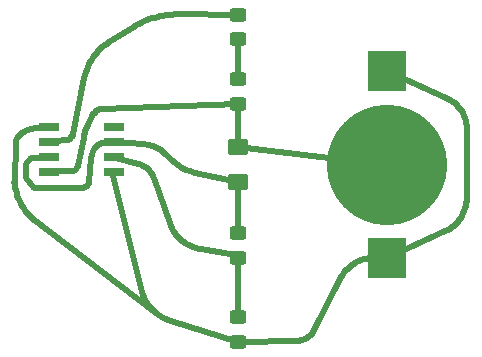
<source format=gbr>
G04 #@! TF.GenerationSoftware,KiCad,Pcbnew,(5.99.0-3978-g0efe073de)*
G04 #@! TF.CreationDate,2020-10-25T12:36:58-05:00*
G04 #@! TF.ProjectId,gtb-pumpkin,6774622d-7075-46d7-906b-696e2e6b6963,rev?*
G04 #@! TF.SameCoordinates,Original*
G04 #@! TF.FileFunction,Copper,L2,Bot*
G04 #@! TF.FilePolarity,Positive*
%FSLAX46Y46*%
G04 Gerber Fmt 4.6, Leading zero omitted, Abs format (unit mm)*
G04 Created by KiCad (PCBNEW (5.99.0-3978-g0efe073de)) date 2020-10-25 12:36:58*
%MOMM*%
%LPD*%
G01*
G04 APERTURE LIST*
G04 Aperture macros list*
%AMRoundRect*
0 Rectangle with rounded corners*
0 $1 Rounding radius*
0 $2 $3 $4 $5 $6 $7 $8 $9 X,Y pos of 4 corners*
0 Add a 4 corners polygon primitive as box body*
4,1,4,$2,$3,$4,$5,$6,$7,$8,$9,$2,$3,0*
0 Add four circle primitives for the rounded corners*
1,1,$1+$1,$2,$3,0*
1,1,$1+$1,$4,$5,0*
1,1,$1+$1,$6,$7,0*
1,1,$1+$1,$8,$9,0*
0 Add four rect primitives between the rounded corners*
20,1,$1+$1,$2,$3,$4,$5,0*
20,1,$1+$1,$4,$5,$6,$7,0*
20,1,$1+$1,$6,$7,$8,$9,0*
20,1,$1+$1,$8,$9,$2,$3,0*%
G04 Aperture macros list end*
G04 #@! TA.AperFunction,SMDPad,CuDef*
%ADD10R,3.300000X3.500000*%
G04 #@! TD*
G04 #@! TA.AperFunction,SMDPad,CuDef*
%ADD11C,10.200000*%
G04 #@! TD*
G04 #@! TA.AperFunction,SMDPad,CuDef*
%ADD12R,1.750000X0.650000*%
G04 #@! TD*
G04 #@! TA.AperFunction,SMDPad,CuDef*
%ADD13RoundRect,0.250000X-0.450000X0.325000X-0.450000X-0.325000X0.450000X-0.325000X0.450000X0.325000X0*%
G04 #@! TD*
G04 #@! TA.AperFunction,SMDPad,CuDef*
%ADD14RoundRect,0.250000X0.450000X-0.325000X0.450000X0.325000X-0.450000X0.325000X-0.450000X-0.325000X0*%
G04 #@! TD*
G04 #@! TA.AperFunction,SMDPad,CuDef*
%ADD15RoundRect,0.250001X0.624999X-0.462499X0.624999X0.462499X-0.624999X0.462499X-0.624999X-0.462499X0*%
G04 #@! TD*
G04 #@! TA.AperFunction,Conductor*
%ADD16C,0.508000*%
G04 #@! TD*
G04 APERTURE END LIST*
D10*
X190741300Y-131638640D03*
X190741300Y-115838640D03*
D11*
X190741300Y-123738640D03*
D12*
X162083300Y-124386340D03*
X162083300Y-123116340D03*
X162083300Y-121846340D03*
X162083300Y-120576340D03*
X167583300Y-120576340D03*
X167583300Y-121846340D03*
X167583300Y-123116340D03*
X167583300Y-124386340D03*
D13*
X178150520Y-111042340D03*
X178150520Y-113092340D03*
D14*
X178150520Y-131606400D03*
X178150520Y-129556400D03*
X178140360Y-138726020D03*
X178140360Y-136676020D03*
X178142900Y-118573660D03*
X178142900Y-116523660D03*
D15*
X178150520Y-125218520D03*
X178150520Y-122243520D03*
D16*
X160746032Y-128334090D02*
X171142036Y-136308436D01*
X159528681Y-121363945D02*
X159452895Y-121452887D01*
X159382101Y-121545851D02*
X159316511Y-121642557D01*
X159225973Y-125457471D02*
X159316511Y-121642557D01*
X159265419Y-125691170D02*
X159225973Y-125457471D01*
X159451723Y-126376748D02*
X159378430Y-126151362D01*
X159694303Y-121199188D02*
X159609231Y-121279294D01*
X159378430Y-126151362D02*
X159316279Y-125922652D01*
X159609231Y-121279294D02*
X159528681Y-121363945D01*
X159225973Y-125457471D02*
X159198034Y-125222119D01*
X159631003Y-126815391D02*
X159535982Y-126598269D01*
X159535982Y-126598269D02*
X159451723Y-126376748D01*
X159316279Y-125922652D02*
X159265419Y-125691170D01*
X159876973Y-121053562D02*
X159783640Y-121123869D01*
X159852394Y-127234360D02*
X159736559Y-127027591D01*
X159452895Y-121452887D02*
X159382101Y-121545851D01*
X159783640Y-121123869D02*
X159694303Y-121199188D01*
X159736559Y-127027591D02*
X159631003Y-126815391D01*
X164548132Y-123912916D02*
X164564787Y-123863076D01*
X164473781Y-124051498D02*
X164502465Y-124007468D01*
X164280888Y-124227100D02*
X164325170Y-124198805D01*
X166602926Y-119020303D02*
X178142900Y-118573660D01*
X164234366Y-124251534D02*
X164280888Y-124227100D01*
X165206039Y-120877228D02*
X165280467Y-120692926D01*
X165087498Y-121256516D02*
X165141653Y-121065273D01*
X164405748Y-124131480D02*
X164441465Y-124092935D01*
X164135953Y-124288147D02*
X164185937Y-124271932D01*
X166255724Y-119109761D02*
X166424533Y-119046432D01*
X165280467Y-120692926D02*
X165364720Y-120512904D01*
X164325170Y-124198805D02*
X164366890Y-124166855D01*
X166424533Y-119046432D02*
X166602926Y-119020303D01*
X165043730Y-121450399D02*
X164577151Y-123812002D01*
X165879221Y-119486617D02*
X165976736Y-119334967D01*
X163980307Y-124310677D02*
X164032766Y-124307590D01*
X164084772Y-124300062D02*
X164135953Y-124288147D01*
X164527308Y-123961162D02*
X164548132Y-123912916D01*
X164032766Y-124307590D02*
X164084772Y-124300062D01*
X164441465Y-124092935D02*
X164473781Y-124051498D01*
X165976736Y-119334967D02*
X166104165Y-119207417D01*
X164366890Y-124166855D02*
X164405748Y-124131480D01*
X163980307Y-124310677D02*
X161989320Y-124343160D01*
X166104165Y-119207417D02*
X166255724Y-119109761D01*
X165141653Y-121065273D02*
X165206039Y-120877228D01*
X178150520Y-122243520D02*
X190741300Y-123738640D01*
X165364720Y-120512904D02*
X165879221Y-119486617D01*
X164564787Y-123863076D02*
X164577151Y-123812002D01*
X178150520Y-122243520D02*
X178142900Y-118573660D01*
X165043730Y-121450399D02*
X165087498Y-121256516D01*
X164185937Y-124271932D02*
X164234366Y-124251534D01*
X164502465Y-124007468D02*
X164527308Y-123961162D01*
X187109904Y-132860249D02*
X186975869Y-133039922D01*
X196782540Y-118855007D02*
X196921788Y-119027207D01*
X159974022Y-120988481D02*
X159876973Y-121053562D01*
X184296159Y-138127501D02*
X184369159Y-138042079D01*
X197344558Y-119802345D02*
X197413935Y-120012653D01*
X188551214Y-131831026D02*
X188342978Y-131914007D01*
X170012070Y-134482572D02*
X167489320Y-124343160D01*
X189650120Y-131639325D02*
X189426097Y-131647180D01*
X197048238Y-119209012D02*
X197161231Y-119399473D01*
X196921788Y-119027207D02*
X197048238Y-119209012D01*
X186854509Y-133228389D02*
X186746397Y-133424756D01*
X197413935Y-120012653D02*
X197467946Y-120227422D01*
X184044787Y-138351320D02*
X184133596Y-138282481D01*
X196995079Y-128239969D02*
X197109255Y-128049009D01*
X187255980Y-132690219D02*
X187109904Y-132860249D01*
X189650120Y-131639325D02*
X190741300Y-131638640D01*
X187946063Y-132121884D02*
X187759265Y-132245797D01*
X172409991Y-137000164D02*
X178140360Y-138726020D01*
X195723191Y-118069777D02*
X190741300Y-115838640D01*
X183099280Y-138663573D02*
X183211524Y-138658335D01*
X187581431Y-132382264D02*
X187413404Y-132530639D01*
X197488781Y-126779359D02*
X197498134Y-126557064D01*
X196631222Y-118693311D02*
X196782540Y-118855007D01*
X160178087Y-120874759D02*
X160074494Y-120928820D01*
X197366860Y-127434463D02*
X197422978Y-127219165D01*
X197260176Y-119597595D02*
X197344558Y-119802345D01*
X195921902Y-118167536D02*
X196113036Y-118279388D01*
X171142036Y-136308436D02*
X171740109Y-136720115D01*
X170259191Y-135165289D02*
X170641278Y-135782687D01*
X197506308Y-120445530D02*
X197528821Y-120665838D01*
X170641278Y-135782687D02*
X171142036Y-136308436D01*
X197528821Y-120665838D02*
X197535367Y-120887197D01*
X197161231Y-119399473D02*
X197260176Y-119597595D01*
X196113036Y-118279388D02*
X196295594Y-118404748D01*
X196727603Y-128595239D02*
X196867647Y-128422352D01*
X196056276Y-129175223D02*
X196239140Y-129048483D01*
X196867647Y-128422352D02*
X196995079Y-128239969D01*
X183951500Y-138413958D02*
X184044787Y-138351320D01*
X160617311Y-120717509D02*
X160504432Y-120747718D01*
X160847184Y-120675873D02*
X161989320Y-120533160D01*
X160575187Y-128169826D02*
X160412603Y-127997380D01*
X183099280Y-138663573D02*
X178140360Y-138726020D01*
X184217516Y-138207759D02*
X184296159Y-138127501D01*
X197295615Y-127645239D02*
X197366860Y-127434463D01*
X159978231Y-127435198D02*
X159852394Y-127234360D01*
X183854168Y-138470105D02*
X183951500Y-138413958D01*
X187759265Y-132245797D02*
X187581431Y-132382264D01*
X197109255Y-128049009D02*
X197209603Y-127850432D01*
X197467946Y-120227422D02*
X197506308Y-120445530D01*
X184133596Y-138282481D02*
X184217516Y-138207759D01*
X171740109Y-136720115D02*
X172409991Y-137000164D01*
X160258673Y-127817168D02*
X160113766Y-127629623D01*
X196412556Y-128909095D02*
X196575651Y-128757759D01*
X188764665Y-131762564D02*
X188551214Y-131831026D01*
X170012070Y-134482572D02*
X170259191Y-135165289D01*
X188342978Y-131914007D02*
X188140942Y-132011113D01*
X195665928Y-129388269D02*
X190741300Y-131638640D01*
X195864884Y-129288676D02*
X196056276Y-129175223D01*
X184436178Y-137951888D02*
X184496907Y-137857347D01*
X196239140Y-129048483D02*
X196412556Y-128909095D01*
X189203145Y-131670423D02*
X188982319Y-131708945D01*
X183649188Y-138561913D02*
X183753241Y-138519499D01*
X160412603Y-127997380D02*
X160258673Y-127817168D01*
X186975869Y-133039922D02*
X186854509Y-133228389D01*
X184496907Y-137857347D02*
X184551062Y-137758893D01*
X195723191Y-118069777D02*
X195921902Y-118167536D01*
X160924727Y-128489778D02*
X160746032Y-128334090D01*
X195665928Y-129388269D02*
X195864884Y-129288676D01*
X197535367Y-120887197D02*
X197498134Y-126557064D01*
X187413404Y-132530639D02*
X187255980Y-132690219D01*
X197209603Y-127850432D02*
X197295615Y-127645239D01*
X160113766Y-127629623D02*
X159978231Y-127435198D01*
X196468624Y-118542963D02*
X196631222Y-118693311D01*
X183323150Y-138645473D02*
X183433643Y-138625047D01*
X197463686Y-127000430D02*
X197488781Y-126779359D01*
X188982319Y-131708945D02*
X188764665Y-131762564D01*
X184369159Y-138042079D02*
X184436178Y-137951888D01*
X183433643Y-138625047D02*
X183542491Y-138597150D01*
X160847184Y-120675873D02*
X160731676Y-120693538D01*
X196295594Y-118404748D02*
X196468624Y-118542963D01*
X183542491Y-138597150D02*
X183649188Y-138561913D01*
X160731676Y-120693538D02*
X160617311Y-120717509D01*
X160284489Y-120826461D02*
X160178087Y-120874759D01*
X160746032Y-128334090D02*
X160575187Y-128169826D01*
X196575651Y-128757759D02*
X196727603Y-128595239D01*
X183211524Y-138658335D02*
X183323150Y-138645473D01*
X186746397Y-133424756D02*
X184551062Y-137758893D01*
X188140942Y-132011113D02*
X187946063Y-132121884D01*
X160393380Y-120784071D02*
X160284489Y-120826461D01*
X183753241Y-138519499D02*
X183854168Y-138470105D01*
X160074494Y-120928820D02*
X159974022Y-120988481D01*
X160504432Y-120747718D02*
X160393380Y-120784071D01*
X197422978Y-127219165D02*
X197463686Y-127000430D01*
X189426097Y-131647180D02*
X189203145Y-131670423D01*
X174451401Y-124411526D02*
X174074419Y-124308528D01*
X165110613Y-125665937D02*
X165158910Y-125653401D01*
X160878520Y-125742700D02*
X165011544Y-125676989D01*
X166044469Y-122321238D02*
X165855959Y-122608156D01*
X173035224Y-123774920D02*
X172731850Y-123528568D01*
X165527198Y-125169288D02*
X165704520Y-123139200D01*
X166299281Y-122091177D02*
X166044469Y-122321238D01*
X165250850Y-125614880D02*
X165293658Y-125589244D01*
X170143251Y-122013655D02*
X170524557Y-122069191D01*
X165461378Y-125407599D02*
X165483526Y-125362886D01*
X165855959Y-122608156D02*
X165745953Y-122933358D01*
X165501323Y-125316270D02*
X165514607Y-125268173D01*
X165293658Y-125589244D02*
X165333835Y-125559653D01*
X165158910Y-125653401D02*
X165205798Y-125636331D01*
X160637220Y-123151900D02*
X162083300Y-123116340D01*
X170895346Y-122174045D02*
X171249267Y-122326421D01*
X178150520Y-129556400D02*
X178150520Y-125218520D01*
X165011544Y-125676989D02*
X165061342Y-125673823D01*
X174451401Y-124411526D02*
X178150520Y-125218520D01*
X160136840Y-124876560D02*
X160152080Y-123642120D01*
X174074419Y-124308528D02*
X173710143Y-124167011D01*
X160152080Y-123642120D02*
X160637220Y-123151900D01*
X170143251Y-122013655D02*
X167489320Y-121803160D01*
X166938615Y-121856541D02*
X166603902Y-121932862D01*
X165404868Y-125489717D02*
X165435079Y-125450004D01*
X171882651Y-122762533D02*
X172731850Y-123528568D01*
X166603902Y-121932862D02*
X166299281Y-122091177D01*
X170524557Y-122069191D02*
X170895346Y-122174045D01*
X165061342Y-125673823D02*
X165110613Y-125665937D01*
X173362496Y-123988501D02*
X173035224Y-123774920D01*
X165435079Y-125450004D02*
X165461378Y-125407599D01*
X165371018Y-125526377D02*
X165404868Y-125489717D01*
X166938615Y-121856541D02*
X167489320Y-121803160D01*
X165205798Y-125636331D02*
X165250850Y-125614880D01*
X171580258Y-122523710D02*
X171882651Y-122762533D01*
X165745953Y-122933358D02*
X165704520Y-123139200D01*
X173710143Y-124167011D02*
X173362496Y-123988501D01*
X165333835Y-125559653D02*
X165371018Y-125526377D01*
X160878520Y-125742700D02*
X160136840Y-124876560D01*
X165514607Y-125268173D02*
X165523259Y-125219031D01*
X171249267Y-122326421D02*
X171580258Y-122523710D01*
X165523259Y-125219031D02*
X165527198Y-125169288D01*
X165483526Y-125362886D02*
X165501323Y-125316270D01*
X178150520Y-113092340D02*
X178142900Y-116523660D01*
X172435070Y-128912787D02*
X172531858Y-129116559D01*
X170780811Y-124467141D02*
X170841349Y-124565164D01*
X172531858Y-129116559D02*
X172642059Y-129313401D01*
X170305355Y-123970373D02*
X170396571Y-124040751D01*
X173047920Y-129853705D02*
X173206272Y-130014377D01*
X178140360Y-136676020D02*
X178150520Y-131606400D01*
X170642648Y-124282867D02*
X170714497Y-124372928D01*
X172352128Y-128702997D02*
X172435070Y-128912787D01*
X170714497Y-124372928D02*
X170780811Y-124467141D01*
X173375017Y-130164096D02*
X173553399Y-130302194D01*
X174346743Y-130726823D02*
X174560589Y-130798662D01*
X170944248Y-124771216D02*
X170986237Y-124878502D01*
X175000282Y-130898686D02*
X177919380Y-131360020D01*
X170895893Y-124666645D02*
X170944248Y-124771216D01*
X169685263Y-123673182D02*
X167489320Y-123073160D01*
X173935837Y-130541101D02*
X174138181Y-130640841D01*
X174560589Y-130798662D02*
X174778761Y-130856036D01*
X173553399Y-130302194D02*
X173740619Y-130428050D01*
X170841349Y-124565164D02*
X170895893Y-124666645D01*
X170483398Y-124116478D02*
X170565522Y-124197280D01*
X169685263Y-123673182D02*
X169795438Y-123706873D01*
X170111086Y-123846658D02*
X170210079Y-123905598D01*
X170396571Y-124040751D02*
X170483398Y-124116478D01*
X170008734Y-123793768D02*
X170111086Y-123846658D01*
X174138181Y-130640841D02*
X174346743Y-130726823D01*
X172900669Y-129682801D02*
X173047920Y-129853705D01*
X173740619Y-130428050D02*
X173935837Y-130541101D01*
X174778761Y-130856036D02*
X175000282Y-130898686D01*
X172642059Y-129313401D02*
X172765180Y-129502430D01*
X170210079Y-123905598D02*
X170305355Y-123970373D01*
X169903391Y-123747117D02*
X170008734Y-123793768D01*
X169795438Y-123706873D02*
X169903391Y-123747117D01*
X170986237Y-124878502D02*
X172352128Y-128702997D01*
X173206272Y-130014377D02*
X173375017Y-130164096D01*
X172765180Y-129502430D02*
X172900669Y-129682801D01*
X170565522Y-124197280D02*
X170642648Y-124282867D01*
X166644109Y-113771585D02*
X166827220Y-113622957D01*
X165497348Y-115253440D02*
X165606134Y-115044191D01*
X165120858Y-116367656D02*
X165173123Y-116137682D01*
X165606134Y-115044191D02*
X165725484Y-114840782D01*
X167017696Y-113483893D02*
X167215037Y-113354757D01*
X165312583Y-115687255D02*
X165399412Y-115467983D01*
X171554631Y-111165491D02*
X171793826Y-111120115D01*
X165725484Y-114840782D02*
X165855087Y-114643746D01*
X166827220Y-113622957D02*
X167017696Y-113483893D01*
X163570791Y-121660212D02*
X161989320Y-121803160D01*
X166468844Y-113929389D02*
X166644109Y-113771585D01*
X172762042Y-111022727D02*
X173005481Y-111019557D01*
X169944666Y-111711638D02*
X170165788Y-111609765D01*
X165855087Y-114643746D02*
X165994602Y-114453601D01*
X165237087Y-115910683D02*
X165312583Y-115687255D01*
X170390330Y-111515668D02*
X170618017Y-111429461D01*
X169304484Y-112062624D02*
X169513752Y-111938206D01*
X173005481Y-111019557D02*
X178150520Y-111042340D01*
X163738042Y-121623090D02*
X163890398Y-121544741D01*
X165994602Y-114453601D02*
X166143665Y-114270844D01*
X165399412Y-115467983D02*
X165497348Y-115253440D01*
X170618017Y-111429461D02*
X170848573Y-111351250D01*
X164167051Y-121124957D02*
X165120858Y-116367656D01*
X165173123Y-116137682D02*
X165237087Y-115910683D01*
X171317165Y-111219185D02*
X171554631Y-111165491D01*
X166143665Y-114270844D02*
X166301884Y-114095954D01*
X170848573Y-111351250D02*
X171081717Y-111281129D01*
X164112162Y-121287247D02*
X164167051Y-121124957D01*
X172276234Y-111054522D02*
X172518860Y-111034386D01*
X163570791Y-121660212D02*
X163738042Y-121623090D01*
X172518860Y-111034386D02*
X172762042Y-111022727D01*
X172034458Y-111083110D02*
X172276234Y-111054522D01*
X169727233Y-111821162D02*
X169944666Y-111711638D01*
X163890398Y-121544741D02*
X164017887Y-121430296D01*
X164017887Y-121430296D02*
X164112162Y-121287247D01*
X166301884Y-114095954D02*
X166468844Y-113929389D01*
X170165788Y-111609765D02*
X170390330Y-111515668D01*
X169513752Y-111938206D02*
X169727233Y-111821162D01*
X167215037Y-113354757D02*
X169304484Y-112062624D01*
X171081717Y-111281129D02*
X171317165Y-111219185D01*
X171793826Y-111120115D02*
X172034458Y-111083110D01*
M02*

</source>
